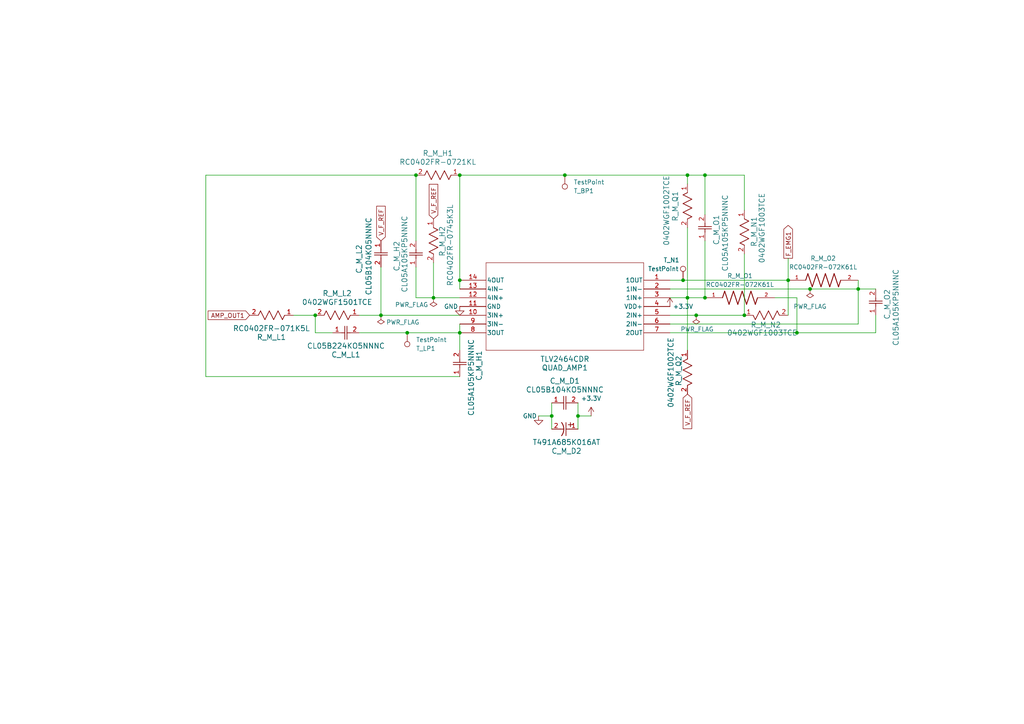
<source format=kicad_sch>
(kicad_sch (version 20231120) (generator "eeschema") (generator_version "8.0")
  (paper "A4")
  (title_block (title "EMG Filter") (date "2024-10-21") (rev "2") (company "FlexGlO"))
  (lib_symbols
    (symbol "2024-10-20_01-38-33:TLV2464CDR" (pin_names (offset 0.254))
      (property "Reference" "U" (at 30.48 10.16 0))
      (property "Value" "TLV2464CDR" (at 30.48 7.62 0))
      (symbol "TLV2464CDR_0_1"
        (polyline (pts (xy 7.62 -20.32) (xy 53.34 -20.32)) (stroke (width 0.127)))
        (polyline (pts (xy 7.62 5.08) (xy 7.62 -20.32)) (stroke (width 0.127)))
        (polyline (pts (xy 53.34 -20.32) (xy 53.34 5.08)) (stroke (width 0.127)))
        (polyline (pts (xy 53.34 5.08) (xy 7.62 5.08)) (stroke (width 0.127)))
        (pin output line (at 0 0 0) (length 7.62) (name "1OUT") (number "1"))
        (pin input line (at 60.96 -10.16 180) (length 7.62) (name "3IN+") (number "10"))
        (pin power_in line (at 60.96 -7.62 180) (length 7.62) (name "GND") (number "11"))
        (pin input line (at 60.96 -5.08 180) (length 7.62) (name "4IN+") (number "12"))
        (pin input line (at 60.96 -2.54 180) (length 7.62) (name "4IN-") (number "13"))
        (pin output line (at 60.96 0 180) (length 7.62) (name "4OUT") (number "14"))
        (pin input line (at 0 -2.54 0) (length 7.62) (name "1IN-") (number "2"))
        (pin input line (at 0 -5.08 0) (length 7.62) (name "1IN+") (number "3"))
        (pin power_in line (at 0 -7.62 0) (length 7.62) (name "VDD+") (number "4"))
        (pin input line (at 0 -10.16 0) (length 7.62) (name "2IN+") (number "5"))
        (pin input line (at 0 -12.7 0) (length 7.62) (name "2IN-") (number "6"))
        (pin output line (at 0 -15.24 0) (length 7.62) (name "2OUT") (number "7"))
        (pin output line (at 60.96 -15.24 180) (length 7.62) (name "3OUT") (number "8"))
        (pin input line (at 60.96 -12.7 180) (length 7.62) (name "3IN-") (number "9"))
      )
    )
    (symbol "CL05A105KO5NNNC:CL05A105KO5NNNC" (pin_names (offset 0.254))
      (property "Reference" "C" (at 3.81 3.81 0))
      (property "Value" "CL05A105KO5NNNC" (at 3.81 -3.81 0))
      (symbol "CL05A105KO5NNNC_1_1"
        (polyline (pts (xy 2.54 0) (xy 3.4798 0)) (stroke (width 0.2032)))
        (polyline (pts (xy 3.4798 -1.905) (xy 3.4798 1.905)) (stroke (width 0.2032)))
        (polyline (pts (xy 4.1148 -1.905) (xy 4.1148 1.905)) (stroke (width 0.2032)))
        (polyline (pts (xy 4.1148 0) (xy 5.08 0)) (stroke (width 0.2032)))
        (pin unspecified line (at 0 0 0) (length 2.54) (name "") (number "1"))
        (pin unspecified line (at 7.62 0 180) (length 2.54) (name "") (number "2"))
      )
      (symbol "CL05A105KO5NNNC_1_2"
        (polyline (pts (xy -1.905 -4.1148) (xy 1.905 -4.1148)) (stroke (width 0.2032)))
        (polyline (pts (xy -1.905 -3.4798) (xy 1.905 -3.4798)) (stroke (width 0.2032)))
        (polyline (pts (xy 0 -4.1148) (xy 0 -5.08)) (stroke (width 0.2032)))
        (polyline (pts (xy 0 -2.54) (xy 0 -3.4798)) (stroke (width 0.2032)))
        (pin unspecified line (at 0 0 270) (length 2.54) (name "") (number "1"))
        (pin unspecified line (at 0 -7.62 90) (length 2.54) (name "") (number "2"))
      )
    )
    (symbol "CL05B104KO5NNNC:CL05B104KO5NNNC" (pin_names (offset 0.254))
      (property "Reference" "C" (at 3.81 3.81 0))
      (property "Value" "CL05B104KO5NNNC" (at 3.81 -3.81 0))
      (symbol "CL05B104KO5NNNC_1_1"
        (polyline (pts (xy 2.54 0) (xy 3.4798 0)) (stroke (width 0.2032)))
        (polyline (pts (xy 3.4798 -1.905) (xy 3.4798 1.905)) (stroke (width 0.2032)))
        (polyline (pts (xy 4.1148 -1.905) (xy 4.1148 1.905)) (stroke (width 0.2032)))
        (polyline (pts (xy 4.1148 0) (xy 5.08 0)) (stroke (width 0.2032)))
        (pin unspecified line (at 0 0 0) (length 2.54) (name "") (number "1"))
        (pin unspecified line (at 7.62 0 180) (length 2.54) (name "") (number "2"))
      )
      (symbol "CL05B104KO5NNNC_1_2"
        (polyline (pts (xy -1.905 -4.1148) (xy 1.905 -4.1148)) (stroke (width 0.2032)))
        (polyline (pts (xy -1.905 -3.4798) (xy 1.905 -3.4798)) (stroke (width 0.2032)))
        (polyline (pts (xy 0 -4.1148) (xy 0 -5.08)) (stroke (width 0.2032)))
        (polyline (pts (xy 0 -2.54) (xy 0 -3.4798)) (stroke (width 0.2032)))
        (pin unspecified line (at 0 0 270) (length 2.54) (name "") (number "1"))
        (pin unspecified line (at 0 -7.62 90) (length 2.54) (name "") (number "2"))
      )
    )
    (symbol "CL05B224KO5NNNC:CL05B224KO5NNNC" (pin_names (offset 0.254))
      (property "Reference" "C" (at 3.81 3.81 0))
      (property "Value" "CL05B224KO5NNNC" (at 3.81 -3.81 0))
      (symbol "CL05B224KO5NNNC_1_1"
        (polyline (pts (xy 2.54 0) (xy 3.4798 0)) (stroke (width 0.2032)))
        (polyline (pts (xy 3.4798 -1.905) (xy 3.4798 1.905)) (stroke (width 0.2032)))
        (polyline (pts (xy 4.1148 -1.905) (xy 4.1148 1.905)) (stroke (width 0.2032)))
        (polyline (pts (xy 4.1148 0) (xy 5.08 0)) (stroke (width 0.2032)))
        (pin unspecified line (at 0 0 0) (length 2.54) (name "") (number "1"))
        (pin unspecified line (at 7.62 0 180) (length 2.54) (name "") (number "2"))
      )
      (symbol "CL05B224KO5NNNC_1_2"
        (polyline (pts (xy -1.905 -4.1148) (xy 1.905 -4.1148)) (stroke (width 0.2032)))
        (polyline (pts (xy -1.905 -3.4798) (xy 1.905 -3.4798)) (stroke (width 0.2032)))
        (polyline (pts (xy 0 -4.1148) (xy 0 -5.08)) (stroke (width 0.2032)))
        (polyline (pts (xy 0 -2.54) (xy 0 -3.4798)) (stroke (width 0.2032)))
        (pin unspecified line (at 0 0 270) (length 2.54) (name "") (number "1"))
        (pin unspecified line (at 0 -7.62 90) (length 2.54) (name "") (number "2"))
      )
    )
    (symbol "Connector:TestPoint" (pin_numbers hide) (pin_names (offset 0.762) hide)
      (property "Reference" "TP" (at 0 6.858 0))
      (property "Value" "TestPoint" (at 0 5.08 0))
      (symbol "TestPoint_0_1"
        (circle (center 0 3.302) (radius 0.762))
      )
      (symbol "TestPoint_1_1"
        (pin passive line (at 0 0 90) (length 2.54) (name "1") (number "1"))
      )
    )
    (symbol "RC0402FR-07100KL:RC0402FR-07100KL" (pin_names (offset 0.254))
      (property "Reference" "R" (at 5.715 3.81 0))
      (property "Value" "RC0402FR-07100KL" (at 6.35 -3.81 0))
      (symbol "RC0402FR-07100KL_1_1"
        (polyline (pts (xy 2.54 0) (xy 3.175 1.27)) (stroke (width 0.2032)))
        (polyline (pts (xy 3.175 1.27) (xy 4.445 -1.27)) (stroke (width 0.2032)))
        (polyline (pts (xy 4.445 -1.27) (xy 5.715 1.27)) (stroke (width 0.2032)))
        (polyline (pts (xy 5.715 1.27) (xy 6.985 -1.27)) (stroke (width 0.2032)))
        (polyline (pts (xy 6.985 -1.27) (xy 8.255 1.27)) (stroke (width 0.2032)))
        (polyline (pts (xy 8.255 1.27) (xy 9.525 -1.27)) (stroke (width 0.2032)))
        (polyline (pts (xy 9.525 -1.27) (xy 10.16 0)) (stroke (width 0.2032)))
        (pin unspecified line (at 12.7 0 180) (length 2.54) (name "") (number "1"))
        (pin unspecified line (at 0 0 0) (length 2.54) (name "") (number "2"))
      )
      (symbol "RC0402FR-07100KL_1_2"
        (polyline (pts (xy -1.27 3.175) (xy 1.27 4.445)) (stroke (width 0.2032)))
        (polyline (pts (xy -1.27 5.715) (xy 1.27 6.985)) (stroke (width 0.2032)))
        (polyline (pts (xy -1.27 8.255) (xy 1.27 9.525)) (stroke (width 0.2032)))
        (polyline (pts (xy 0 2.54) (xy -1.27 3.175)) (stroke (width 0.2032)))
        (polyline (pts (xy 1.27 4.445) (xy -1.27 5.715)) (stroke (width 0.2032)))
        (polyline (pts (xy 1.27 6.985) (xy -1.27 8.255)) (stroke (width 0.2032)))
        (polyline (pts (xy 1.27 9.525) (xy 0 10.16)) (stroke (width 0.2032)))
        (pin unspecified line (at 0 12.7 270) (length 2.54) (name "") (number "1"))
        (pin unspecified line (at 0 0 90) (length 2.54) (name "") (number "2"))
      )
    )
    (symbol "RC0402FR-0710KL:RC0402FR-0710KL" (pin_names (offset 0.254))
      (property "Reference" "R" (at 5.715 3.81 0))
      (property "Value" "RC0402FR-0710KL" (at 6.35 -3.81 0))
      (symbol "RC0402FR-0710KL_1_1"
        (polyline (pts (xy 2.54 0) (xy 3.175 1.27)) (stroke (width 0.2032)))
        (polyline (pts (xy 3.175 1.27) (xy 4.445 -1.27)) (stroke (width 0.2032)))
        (polyline (pts (xy 4.445 -1.27) (xy 5.715 1.27)) (stroke (width 0.2032)))
        (polyline (pts (xy 5.715 1.27) (xy 6.985 -1.27)) (stroke (width 0.2032)))
        (polyline (pts (xy 6.985 -1.27) (xy 8.255 1.27)) (stroke (width 0.2032)))
        (polyline (pts (xy 8.255 1.27) (xy 9.525 -1.27)) (stroke (width 0.2032)))
        (polyline (pts (xy 9.525 -1.27) (xy 10.16 0)) (stroke (width 0.2032)))
        (pin unspecified line (at 12.7 0 180) (length 2.54) (name "") (number "1"))
        (pin unspecified line (at 0 0 0) (length 2.54) (name "") (number "2"))
      )
      (symbol "RC0402FR-0710KL_1_2"
        (polyline (pts (xy -1.27 3.175) (xy 1.27 4.445)) (stroke (width 0.2032)))
        (polyline (pts (xy -1.27 5.715) (xy 1.27 6.985)) (stroke (width 0.2032)))
        (polyline (pts (xy -1.27 8.255) (xy 1.27 9.525)) (stroke (width 0.2032)))
        (polyline (pts (xy 0 2.54) (xy -1.27 3.175)) (stroke (width 0.2032)))
        (polyline (pts (xy 1.27 4.445) (xy -1.27 5.715)) (stroke (width 0.2032)))
        (polyline (pts (xy 1.27 6.985) (xy -1.27 8.255)) (stroke (width 0.2032)))
        (polyline (pts (xy 1.27 9.525) (xy 0 10.16)) (stroke (width 0.2032)))
        (pin unspecified line (at 0 12.7 270) (length 2.54) (name "") (number "1"))
        (pin unspecified line (at 0 0 90) (length 2.54) (name "") (number "2"))
      )
    )
    (symbol "RC0402FR-071K5L:RC0402FR-071K5L" (pin_names (offset 0.254))
      (property "Reference" "R" (at 5.715 3.81 0))
      (property "Value" "RC0402FR-071K5L" (at 6.35 -3.81 0))
      (symbol "RC0402FR-071K5L_1_1"
        (polyline (pts (xy 2.54 0) (xy 3.175 1.27)) (stroke (width 0.2032)))
        (polyline (pts (xy 3.175 1.27) (xy 4.445 -1.27)) (stroke (width 0.2032)))
        (polyline (pts (xy 4.445 -1.27) (xy 5.715 1.27)) (stroke (width 0.2032)))
        (polyline (pts (xy 5.715 1.27) (xy 6.985 -1.27)) (stroke (width 0.2032)))
        (polyline (pts (xy 6.985 -1.27) (xy 8.255 1.27)) (stroke (width 0.2032)))
        (polyline (pts (xy 8.255 1.27) (xy 9.525 -1.27)) (stroke (width 0.2032)))
        (polyline (pts (xy 9.525 -1.27) (xy 10.16 0)) (stroke (width 0.2032)))
        (pin unspecified line (at 12.7 0 180) (length 2.54) (name "") (number "1"))
        (pin unspecified line (at 0 0 0) (length 2.54) (name "") (number "2"))
      )
      (symbol "RC0402FR-071K5L_1_2"
        (polyline (pts (xy -1.27 3.175) (xy 1.27 4.445)) (stroke (width 0.2032)))
        (polyline (pts (xy -1.27 5.715) (xy 1.27 6.985)) (stroke (width 0.2032)))
        (polyline (pts (xy -1.27 8.255) (xy 1.27 9.525)) (stroke (width 0.2032)))
        (polyline (pts (xy 0 2.54) (xy -1.27 3.175)) (stroke (width 0.2032)))
        (polyline (pts (xy 1.27 4.445) (xy -1.27 5.715)) (stroke (width 0.2032)))
        (polyline (pts (xy 1.27 6.985) (xy -1.27 8.255)) (stroke (width 0.2032)))
        (polyline (pts (xy 1.27 9.525) (xy 0 10.16)) (stroke (width 0.2032)))
        (pin unspecified line (at 0 12.7 270) (length 2.54) (name "") (number "1"))
        (pin unspecified line (at 0 0 90) (length 2.54) (name "") (number "2"))
      )
    )
    (symbol "RC0402FR-0721KL:RC0402FR-0721KL" (pin_names (offset 0.254))
      (property "Reference" "R" (at 5.715 3.81 0))
      (property "Value" "RC0402FR-0721KL" (at 6.35 -3.81 0))
      (symbol "RC0402FR-0721KL_1_1"
        (polyline (pts (xy 2.54 0) (xy 3.175 1.27)) (stroke (width 0.2032)))
        (polyline (pts (xy 3.175 1.27) (xy 4.445 -1.27)) (stroke (width 0.2032)))
        (polyline (pts (xy 4.445 -1.27) (xy 5.715 1.27)) (stroke (width 0.2032)))
        (polyline (pts (xy 5.715 1.27) (xy 6.985 -1.27)) (stroke (width 0.2032)))
        (polyline (pts (xy 6.985 -1.27) (xy 8.255 1.27)) (stroke (width 0.2032)))
        (polyline (pts (xy 8.255 1.27) (xy 9.525 -1.27)) (stroke (width 0.2032)))
        (polyline (pts (xy 9.525 -1.27) (xy 10.16 0)) (stroke (width 0.2032)))
        (pin unspecified line (at 12.7 0 180) (length 2.54) (name "") (number "1"))
        (pin unspecified line (at 0 0 0) (length 2.54) (name "") (number "2"))
      )
      (symbol "RC0402FR-0721KL_1_2"
        (polyline (pts (xy -1.27 3.175) (xy 1.27 4.445)) (stroke (width 0.2032)))
        (polyline (pts (xy -1.27 5.715) (xy 1.27 6.985)) (stroke (width 0.2032)))
        (polyline (pts (xy -1.27 8.255) (xy 1.27 9.525)) (stroke (width 0.2032)))
        (polyline (pts (xy 0 2.54) (xy -1.27 3.175)) (stroke (width 0.2032)))
        (polyline (pts (xy 1.27 4.445) (xy -1.27 5.715)) (stroke (width 0.2032)))
        (polyline (pts (xy 1.27 6.985) (xy -1.27 8.255)) (stroke (width 0.2032)))
        (polyline (pts (xy 1.27 9.525) (xy 0 10.16)) (stroke (width 0.2032)))
        (pin unspecified line (at 0 12.7 270) (length 2.54) (name "") (number "1"))
        (pin unspecified line (at 0 0 90) (length 2.54) (name "") (number "2"))
      )
    )
    (symbol "RC0402FR-072K61L:RC0402FR-072K61L" (pin_names (offset 1.016))
      (property "Reference" "R" (at -7.6244 2.5415 0))
      (property "Value" "RC0402FR-072K61L" (at -7.63 -5.0866 0))
      (symbol "RC0402FR-072K61L_0_0"
        (polyline (pts (xy -5.08 0) (xy -4.445 1.905)) (stroke (width 0.254)))
        (polyline (pts (xy -4.445 1.905) (xy -3.175 -1.905)) (stroke (width 0.254)))
        (polyline (pts (xy -3.175 -1.905) (xy -1.905 1.905)) (stroke (width 0.254)))
        (polyline (pts (xy -1.905 1.905) (xy -0.635 -1.905)) (stroke (width 0.254)))
        (polyline (pts (xy -0.635 -1.905) (xy 0.635 1.905)) (stroke (width 0.254)))
        (polyline (pts (xy 0.635 1.905) (xy 1.905 -1.905)) (stroke (width 0.254)))
        (polyline (pts (xy 1.905 -1.905) (xy 3.175 1.905)) (stroke (width 0.254)))
        (polyline (pts (xy 3.175 1.905) (xy 4.445 -1.905)) (stroke (width 0.254)))
        (polyline (pts (xy 4.445 -1.905) (xy 5.08 0)) (stroke (width 0.254)))
        (pin passive line (at -10.16 0 0) (length 5.08) (name "~") (number "1"))
        (pin passive line (at 10.16 0 180) (length 5.08) (name "~") (number "2"))
      )
    )
    (symbol "RC0402FR-073K01L:RC0402FR-073K01L" (pin_names (offset 0.254))
      (property "Reference" "R" (at 5.715 3.81 0))
      (property "Value" "RC0402FR-073K01L" (at 6.35 -3.81 0))
      (symbol "RC0402FR-073K01L_1_1"
        (polyline (pts (xy 2.54 0) (xy 3.175 1.27)) (stroke (width 0.2032)))
        (polyline (pts (xy 3.175 1.27) (xy 4.445 -1.27)) (stroke (width 0.2032)))
        (polyline (pts (xy 4.445 -1.27) (xy 5.715 1.27)) (stroke (width 0.2032)))
        (polyline (pts (xy 5.715 1.27) (xy 6.985 -1.27)) (stroke (width 0.2032)))
        (polyline (pts (xy 6.985 -1.27) (xy 8.255 1.27)) (stroke (width 0.2032)))
        (polyline (pts (xy 8.255 1.27) (xy 9.525 -1.27)) (stroke (width 0.2032)))
        (polyline (pts (xy 9.525 -1.27) (xy 10.16 0)) (stroke (width 0.2032)))
        (pin unspecified line (at 12.7 0 180) (length 2.54) (name "") (number "1"))
        (pin unspecified line (at 0 0 0) (length 2.54) (name "") (number "2"))
      )
      (symbol "RC0402FR-073K01L_1_2"
        (polyline (pts (xy -1.27 3.175) (xy 1.27 4.445)) (stroke (width 0.2032)))
        (polyline (pts (xy -1.27 5.715) (xy 1.27 6.985)) (stroke (width 0.2032)))
        (polyline (pts (xy -1.27 8.255) (xy 1.27 9.525)) (stroke (width 0.2032)))
        (polyline (pts (xy 0 2.54) (xy -1.27 3.175)) (stroke (width 0.2032)))
        (polyline (pts (xy 1.27 4.445) (xy -1.27 5.715)) (stroke (width 0.2032)))
        (polyline (pts (xy 1.27 6.985) (xy -1.27 8.255)) (stroke (width 0.2032)))
        (polyline (pts (xy 1.27 9.525) (xy 0 10.16)) (stroke (width 0.2032)))
        (pin unspecified line (at 0 12.7 270) (length 2.54) (name "") (number "1"))
        (pin unspecified line (at 0 0 90) (length 2.54) (name "") (number "2"))
      )
    )
    (symbol "RC0402FR-0745K3L:RC0402FR-0745K3L" (pin_names (offset 0.254))
      (property "Reference" "R" (at 5.715 3.81 0))
      (property "Value" "RC0402FR-0745K3L" (at 6.35 -3.81 0))
      (symbol "RC0402FR-0745K3L_1_1"
        (polyline (pts (xy 2.54 0) (xy 3.175 1.27)) (stroke (width 0.2032)))
        (polyline (pts (xy 3.175 1.27) (xy 4.445 -1.27)) (stroke (width 0.2032)))
        (polyline (pts (xy 4.445 -1.27) (xy 5.715 1.27)) (stroke (width 0.2032)))
        (polyline (pts (xy 5.715 1.27) (xy 6.985 -1.27)) (stroke (width 0.2032)))
        (polyline (pts (xy 6.985 -1.27) (xy 8.255 1.27)) (stroke (width 0.2032)))
        (polyline (pts (xy 8.255 1.27) (xy 9.525 -1.27)) (stroke (width 0.2032)))
        (polyline (pts (xy 9.525 -1.27) (xy 10.16 0)) (stroke (width 0.2032)))
        (pin unspecified line (at 12.7 0 180) (length 2.54) (name "") (number "1"))
        (pin unspecified line (at 0 0 0) (length 2.54) (name "") (number "2"))
      )
      (symbol "RC0402FR-0745K3L_1_2"
        (polyline (pts (xy -1.27 3.175) (xy 1.27 4.445)) (stroke (width 0.2032)))
        (polyline (pts (xy -1.27 5.715) (xy 1.27 6.985)) (stroke (width 0.2032)))
        (polyline (pts (xy -1.27 8.255) (xy 1.27 9.525)) (stroke (width 0.2032)))
        (polyline (pts (xy 0 2.54) (xy -1.27 3.175)) (stroke (width 0.2032)))
        (polyline (pts (xy 1.27 4.445) (xy -1.27 5.715)) (stroke (width 0.2032)))
        (polyline (pts (xy 1.27 6.985) (xy -1.27 8.255)) (stroke (width 0.2032)))
        (polyline (pts (xy 1.27 9.525) (xy 0 10.16)) (stroke (width 0.2032)))
        (pin unspecified line (at 0 12.7 270) (length 2.54) (name "") (number "1"))
        (pin unspecified line (at 0 0 90) (length 2.54) (name "") (number "2"))
      )
    )
    (symbol "T491A685K016AT:T491A685K016AT" (pin_names (offset 0.254))
      (property "Reference" "C" (at 3.81 3.81 0))
      (property "Value" "T491A685K016AT" (at 3.81 -3.81 0))
      (symbol "T491A685K016AT_1_1"
        (polyline (pts (xy 1.5748 1.27) (xy 2.8448 1.27)) (stroke (width 0.2032)))
        (polyline (pts (xy 2.2098 0.635) (xy 2.2098 1.905)) (stroke (width 0.2032)))
        (polyline (pts (xy 2.54 0) (xy 3.4798 0)) (stroke (width 0.2032)))
        (polyline (pts (xy 3.4798 -1.905) (xy 3.4798 1.905)) (stroke (width 0.2032)))
        (polyline (pts (xy 4.1148 0) (xy 5.08 0)) (stroke (width 0.2032)))
        (arc (start 4.7541 1.9108) (mid 4.1148 0) (end 4.7541 -1.9108) (stroke (width 0.254)))
        (pin unspecified line (at 0 0 0) (length 2.54) (name "") (number "1"))
        (pin unspecified line (at 7.62 0 180) (length 2.54) (name "") (number "2"))
      )
      (symbol "T491A685K016AT_1_2"
        (polyline (pts (xy -1.905 -3.4798) (xy 1.905 -3.4798)) (stroke (width 0.2032)))
        (polyline (pts (xy 0 -4.1148) (xy 0 -5.08)) (stroke (width 0.2032)))
        (polyline (pts (xy 0 -2.54) (xy 0 -3.4798)) (stroke (width 0.2032)))
        (polyline (pts (xy 0.635 -2.2098) (xy 1.905 -2.2098)) (stroke (width 0.2032)))
        (polyline (pts (xy 1.27 -1.5748) (xy 1.27 -2.8448)) (stroke (width 0.2032)))
        (arc (start 1.9108 -4.7541) (mid 0 -4.1148) (end -1.9108 -4.7541) (stroke (width 0.254)))
        (pin unspecified line (at 0 0 270) (length 2.54) (name "") (number "1"))
        (pin unspecified line (at 0 -7.62 90) (length 2.54) (name "") (number "2"))
      )
    )
    (symbol "power:+3.3V" (power) (pin_names (offset 0))
      (property "Value" "+3.3V" (at 0 3.556 0))
      (symbol "+3.3V_0_1"
        (polyline (pts (xy -0.762 1.27) (xy 0 2.54)))
        (polyline (pts (xy 0 0) (xy 0 2.54)))
        (polyline (pts (xy 0 2.54) (xy 0.762 1.27)))
      )
      (symbol "+3.3V_1_1"
        (pin power_in line (at 0 0 90) (length 0) hide (name "+3.3V") (number "1"))
      )
    )
    (symbol "power:GND" (power) (pin_names (offset 0))
      (property "Value" "GND" (at 0 -3.81 0))
      (symbol "GND_0_1"
        (polyline (pts (xy 0 0) (xy 0 -1.27) (xy 1.27 -1.27) (xy 0 -2.54) (xy -1.27 -1.27) (xy 0 -1.27)))
      )
      (symbol "GND_1_1"
        (pin power_in line (at 0 0 270) (length 0) hide (name "GND") (number "1"))
      )
    )
    (symbol "power:PWR_FLAG" (power) (pin_numbers hide) (pin_names (offset 0) hide)
      (property "Value" "PWR_FLAG" (at 0 3.81 0))
      (symbol "PWR_FLAG_0_0"
        (pin power_out line (at 0 0 90) (length 0) (name "pwr") (number "1"))
      )
      (symbol "PWR_FLAG_0_1"
        (polyline (pts (xy 0 0) (xy 0 1.27) (xy -1.016 1.905) (xy 0 2.54) (xy 1.016 1.905) (xy 0 1.27)))
      )
    )
  )
  (junction (at 133.35 96.52))
  (junction (at 199.39 86.36))
  (junction (at 248.92 83.82))
  (junction (at 204.47 50.8))
  (junction (at 199.39 50.8))
  (junction (at 163.83 50.8))
  (junction (at 118.11 96.52))
  (junction (at 160.02 120.65))
  (junction (at 91.44 91.44))
  (junction (at 133.35 81.28))
  (junction (at 204.47 86.36))
  (junction (at 234.95 83.82))
  (junction (at 201.93 91.44))
  (junction (at 215.9 91.44))
  (junction (at 167.64 120.65))
  (junction (at 110.49 91.44))
  (junction (at 133.35 50.8))
  (junction (at 120.65 50.8))
  (junction (at 125.73 86.36))
  (junction (at 198.12 81.28))
  (junction (at 231.14 96.52))
  (junction (at 228.6 81.28))
  (wire (pts (xy 156.21 120.65) (xy 160.02 120.65)))
  (wire (pts (xy 228.6 81.28) (xy 228.6 91.44)))
  (wire (pts (xy 204.47 50.8) (xy 204.47 62.23)))
  (wire (pts (xy 160.02 120.65) (xy 160.02 124.46)))
  (wire (pts (xy 59.69 109.22) (xy 59.69 50.8)))
  (wire (pts (xy 198.12 81.28) (xy 228.6 81.28)))
  (wire (pts (xy 234.95 83.82) (xy 248.92 83.82)))
  (wire (pts (xy 231.14 96.52) (xy 254 96.52)))
  (wire (pts (xy 194.31 96.52) (xy 231.14 96.52)))
  (wire (pts (xy 228.6 74.93) (xy 228.6 81.28)))
  (wire (pts (xy 133.35 50.8) (xy 163.83 50.8)))
  (wire (pts (xy 234.95 83.82) (xy 194.31 83.82)))
  (wire (pts (xy 194.31 91.44) (xy 201.93 91.44)))
  (wire (pts (xy 254 91.44) (xy 254 96.52)))
  (wire (pts (xy 110.49 77.47) (xy 110.49 91.44)))
  (wire (pts (xy 163.83 50.8) (xy 199.39 50.8)))
  (wire (pts (xy 231.14 86.36) (xy 224.79 86.36)))
  (wire (pts (xy 199.39 50.8) (xy 199.39 53.34)))
  (wire (pts (xy 231.14 86.36) (xy 231.14 96.52)))
  (wire (pts (xy 167.64 116.84) (xy 167.64 120.65)))
  (wire (pts (xy 201.93 91.44) (xy 215.9 91.44)))
  (wire (pts (xy 125.73 76.2) (xy 125.73 86.36)))
  (wire (pts (xy 167.64 120.65) (xy 171.45 120.65)))
  (wire (pts (xy 125.73 86.36) (xy 133.35 86.36)))
  (wire (pts (xy 133.35 109.22) (xy 59.69 109.22)))
  (wire (pts (xy 199.39 86.36) (xy 199.39 101.6)))
  (wire (pts (xy 104.14 91.44) (xy 110.49 91.44)))
  (wire (pts (xy 133.35 101.6) (xy 133.35 96.52)))
  (wire (pts (xy 85.09 91.44) (xy 91.44 91.44)))
  (wire (pts (xy 133.35 93.98) (xy 133.35 96.52)))
  (wire (pts (xy 91.44 96.52) (xy 91.44 91.44)))
  (wire (pts (xy 120.65 86.36) (xy 125.73 86.36)))
  (wire (pts (xy 215.9 50.8) (xy 215.9 60.96)))
  (wire (pts (xy 104.14 96.52) (xy 118.11 96.52)))
  (wire (pts (xy 204.47 69.85) (xy 204.47 86.36)))
  (wire (pts (xy 133.35 81.28) (xy 133.35 83.82)))
  (wire (pts (xy 215.9 73.66) (xy 215.9 91.44)))
  (wire (pts (xy 160.02 116.84) (xy 160.02 120.65)))
  (wire (pts (xy 96.52 96.52) (xy 91.44 96.52)))
  (wire (pts (xy 120.65 77.47) (xy 120.65 86.36)))
  (wire (pts (xy 248.92 83.82) (xy 254 83.82)))
  (wire (pts (xy 194.31 93.98) (xy 248.92 93.98)))
  (wire (pts (xy 248.92 93.98) (xy 248.92 83.82)))
  (wire (pts (xy 194.31 81.28) (xy 198.12 81.28)))
  (wire (pts (xy 110.49 91.44) (xy 133.35 91.44)))
  (wire (pts (xy 118.11 96.52) (xy 133.35 96.52)))
  (wire (pts (xy 194.31 86.36) (xy 199.39 86.36)))
  (wire (pts (xy 120.65 50.8) (xy 120.65 69.85)))
  (wire (pts (xy 248.92 81.28) (xy 248.92 83.82)))
  (wire (pts (xy 199.39 66.04) (xy 199.39 86.36)))
  (wire (pts (xy 199.39 50.8) (xy 204.47 50.8)))
  (wire (pts (xy 167.64 120.65) (xy 167.64 124.46)))
  (wire (pts (xy 59.69 50.8) (xy 120.65 50.8)))
  (wire (pts (xy 133.35 50.8) (xy 133.35 81.28)))
  (wire (pts (xy 204.47 50.8) (xy 215.9 50.8)))
  (wire (pts (xy 199.39 86.36) (xy 204.47 86.36)))
  (global_label "V_F_REF" (shape input) (at 125.73 63.5 90) (property "Intersheetrefs" "${INTERSHEET_REFS}" (effects (hide yes))))
  (global_label "V_F_REF" (shape input) (at 199.39 114.3 270) (property "Intersheetrefs" "${INTERSHEET_REFS}" (effects (hide yes))))
  (global_label "V_F_REF" (shape input) (at 110.49 69.85 90) (property "Intersheetrefs" "${INTERSHEET_REFS}" (effects (hide yes))))
  (global_label "AMP_OUT1" (shape input) (at 72.39 91.44 180) (property "Intersheetrefs" "${INTERSHEET_REFS}" (effects (hide yes))))
  (global_label "F_EMG1" (shape output) (at 228.6 74.93 90) (property "Intersheetrefs" "${INTERSHEET_REFS}" (effects (hide yes))))
  (symbol (lib_id "power:+3.3V") (at 194.31 88.9 0) (unit 1)
    (property "Reference" "#PWR020" (effects (hide yes)))
    (property "Value" "+3.3V" (at 198.12 88.9 0))
  )
  (symbol (lib_id "power:PWR_FLAG") (at 234.95 83.82 0) (mirror x) (unit 1)
    (property "Reference" "#FLG04" (effects (hide yes)))
    (property "Value" "PWR_FLAG" (at 234.95 88.9 0))
  )
  (symbol (lib_id "RC0402FR-07100KL:RC0402FR-07100KL") (at 228.6 91.44 0) (mirror y) (unit 1)
    (property "Reference" "R_M_N2" (at 217.678 94.234 0) (effects (font (size 1.524 1.524)) (justify right)))
    (property "Value" "0402WGF1003TCE" (at 210.82 96.52 0) (effects (font (size 1.524 1.524)) (justify right)))
    (property "Footprint" "Resistor_SMD:R_0402_1005Metric" (effects (hide yes)))
    (property "Datasheet" "0402WGF1003TCE" (effects (hide yes)))
  )
  (symbol (lib_id "T491A685K016AT:T491A685K016AT") (at 167.64 124.46 0) (mirror y) (unit 1)
    (property "Reference" "C_M_D2" (at 164.3126 130.81 0) (effects (font (size 1.524 1.524))))
    (property "Value" "T491A685K016AT" (at 164.3126 128.27 0) (effects (font (size 1.524 1.524))))
    (property "Footprint" "Capacitor_SMD:C_1206_3216Metric" (effects (hide yes)))
    (property "Datasheet" "T491A685K016AT" (effects (hide yes)))
  )
  (symbol (lib_id "Connector:TestPoint") (at 163.83 50.8 0) (mirror x) (unit 1)
    (property "Reference" "T_BP1" (at 166.37 55.372 0) (effects (justify left)))
    (property "Value" "TestPoint" (at 166.37 52.832 0) (effects (justify left)))
    (property "Footprint" "TestPoint:TestPoint_Pad_1.0x1.0mm" (effects (hide yes)))
  )
  (symbol (lib_id "CL05B224KO5NNNC:CL05B224KO5NNNC") (at 96.52 96.52 0) (unit 1)
    (property "Reference" "C_M_L1" (at 100.33 102.87 0) (effects (font (size 1.524 1.524))))
    (property "Value" "CL05B224KO5NNNC" (at 100.33 100.33 0) (effects (font (size 1.524 1.524))))
    (property "Footprint" "Capacitor_SMD:C_0402_1005Metric" (effects (hide yes)))
    (property "Datasheet" "CL05B224KO5NNNC" (effects (hide yes)))
  )
  (symbol (lib_id "CL05A105KO5NNNC:CL05A105KO5NNNC") (at 120.65 77.47 90) (unit 1)
    (property "Reference" "C_M_H2" (at 115.062 69.85 0) (effects (font (size 1.524 1.524)) (justify right)))
    (property "Value" "CL05A105KP5NNNC" (at 117.348 62.484 0) (effects (font (size 1.524 1.524)) (justify right)))
    (property "Footprint" "Capacitor_SMD:C_0402_1005Metric" (effects (hide yes)))
    (property "Datasheet" "CL05A105KP5NNNC" (effects (hide yes)))
  )
  (symbol (lib_id "CL05B104KO5NNNC:CL05B104KO5NNNC") (at 110.49 69.85 270) (unit 1)
    (property "Reference" "C_M_L2" (at 104.14 70.866 0) (effects (font (size 1.524 1.524)) (justify left)))
    (property "Value" "CL05B104KO5NNNC" (at 106.934 62.992 0) (effects (font (size 1.524 1.524)) (justify left)))
    (property "Footprint" "Capacitor_SMD:C_0402_1005Metric" (effects (hide yes)))
    (property "Datasheet" "CL05B104KO5NNNC" (effects (hide yes)))
  )
  (symbol (lib_id "CL05A105KO5NNNC:CL05A105KO5NNNC") (at 133.35 109.22 270) (mirror x) (unit 1)
    (property "Reference" "C_M_H1" (at 138.938 101.6 0) (effects (font (size 1.524 1.524)) (justify right)))
    (property "Value" "CL05A105KP5NNNC" (at 136.652 98.298 0) (effects (font (size 1.524 1.524)) (justify right)))
    (property "Footprint" "Capacitor_SMD:C_0402_1005Metric" (effects (hide yes)))
    (property "Datasheet" "CL05A105KP5NNNC" (effects (hide yes)))
  )
  (symbol (lib_id "RC0402FR-073K01L:RC0402FR-073K01L") (at 91.44 91.44 0) (unit 1)
    (property "Reference" "R_M_L2" (at 97.79 85.09 0) (effects (font (size 1.524 1.524))))
    (property "Value" "0402WGF1501TCE" (at 97.79 87.63 0) (effects (font (size 1.524 1.524))))
    (property "Footprint" "Resistor_SMD:R_0402_1005Metric" (effects (hide yes)))
    (property "Datasheet" "0402WGF1501TCE" (effects (hide yes)))
  )
  (symbol (lib_id "RC0402FR-0710KL:RC0402FR-0710KL") (at 199.39 114.3 270) (mirror x) (unit 1)
    (property "Reference" "R_M_Q2" (at 196.85 103.124 0) (effects (font (size 1.524 1.524)) (justify right)))
    (property "Value" "0402WGF1002TCE" (at 194.564 97.79 0) (effects (font (size 1.524 1.524)) (justify right)))
    (property "Footprint" "Resistor_SMD:R_0402_1005Metric" (effects (hide yes)))
    (property "Datasheet" "0402WGF1002TCE" (effects (hide yes)))
  )
  (symbol (lib_id "RC0402FR-0710KL:RC0402FR-0710KL") (at 199.39 66.04 270) (mirror x) (unit 1)
    (property "Reference" "R_M_Q1" (at 195.834 55.372 0) (effects (font (size 1.524 1.524)) (justify right)))
    (property "Value" "0402WGF1002TCE" (at 193.294 50.8 0) (effects (font (size 1.524 1.524)) (justify right)))
    (property "Footprint" "Resistor_SMD:R_0402_1005Metric" (effects (hide yes)))
    (property "Datasheet" "0402WGF1002TCE" (effects (hide yes)))
  )
  (symbol (lib_id "power:+3.3V") (at 171.45 120.65 0) (unit 1)
    (property "Reference" "#PWR021" (effects (hide yes)))
    (property "Value" "+3.3V" (at 171.45 115.57 0))
  )
  (symbol (lib_id "RC0402FR-072K61L:RC0402FR-072K61L") (at 238.76 81.28 0) (unit 1)
    (property "Reference" "R_M_O2" (at 238.76 74.93 0))
    (property "Value" "RC0402FR-072K61L" (at 238.76 77.47 0))
    (property "Footprint" "Resistor_SMD:R_0402_1005Metric" (effects (hide yes)))
  )
  (symbol (lib_id "RC0402FR-0721KL:RC0402FR-0721KL") (at 120.65 50.8 0) (unit 1)
    (property "Reference" "R_M_H1" (at 127 44.45 0) (effects (font (size 1.524 1.524))))
    (property "Value" "RC0402FR-0721KL" (at 127 46.99 0) (effects (font (size 1.524 1.524))))
    (property "Footprint" "Resistor_SMD:R_0402_1005Metric" (effects (hide yes)))
    (property "Datasheet" "RC0402FR-0721KL" (effects (hide yes)))
  )
  (symbol (lib_id "power:PWR_FLAG") (at 201.93 91.44 0) (mirror x) (unit 1)
    (property "Reference" "#FLG05" (effects (hide yes)))
    (property "Value" "PWR_FLAG" (at 202.184 95.504 0))
  )
  (symbol (lib_id "Connector:TestPoint") (at 118.11 96.52 0) (mirror x) (unit 1)
    (property "Reference" "T_LP1" (at 120.65 101.092 0) (effects (justify left)))
    (property "Value" "TestPoint" (at 120.65 98.552 0) (effects (justify left)))
    (property "Footprint" "TestPoint:TestPoint_Pad_1.0x1.0mm" (effects (hide yes)))
  )
  (symbol (lib_id "RC0402FR-072K61L:RC0402FR-072K61L") (at 214.63 86.36 0) (unit 1)
    (property "Reference" "R_M_O1" (at 214.63 80.01 0))
    (property "Value" "RC0402FR-072K61L" (at 214.63 82.55 0))
    (property "Footprint" "Resistor_SMD:R_0402_1005Metric" (effects (hide yes)))
  )
  (symbol (lib_id "power:PWR_FLAG") (at 110.49 91.44 0) (mirror x) (unit 1)
    (property "Reference" "#FLG02" (effects (hide yes)))
    (property "Value" "PWR_FLAG" (at 116.84 93.472 0))
  )
  (symbol (lib_id "RC0402FR-071K5L:RC0402FR-071K5L") (at 72.39 91.44 0) (unit 1)
    (property "Reference" "R_M_L1" (at 78.74 97.79 0) (effects (font (size 1.524 1.524))))
    (property "Value" "RC0402FR-071K5L" (at 78.74 95.25 0) (effects (font (size 1.524 1.524))))
    (property "Footprint" "Resistor_SMD:R_0402_1005Metric" (effects (hide yes)))
    (property "Datasheet" "RC0402FR-071K5L" (effects (hide yes)))
  )
  (symbol (lib_id "CL05B104KO5NNNC:CL05B104KO5NNNC") (at 160.02 116.84 0) (unit 1)
    (property "Reference" "C_M_D1" (at 163.83 110.49 0) (effects (font (size 1.524 1.524))))
    (property "Value" "CL05B104KO5NNNC" (at 163.83 113.03 0) (effects (font (size 1.524 1.524))))
    (property "Footprint" "Capacitor_SMD:C_0402_1005Metric" (effects (hide yes)))
    (property "Datasheet" "CL05B104KO5NNNC" (effects (hide yes)))
  )
  (symbol (lib_id "power:PWR_FLAG") (at 125.73 86.36 0) (mirror x) (unit 1)
    (property "Reference" "#FLG03" (effects (hide yes)))
    (property "Value" "PWR_FLAG" (at 119.38 88.392 0))
  )
  (symbol (lib_id "power:GND") (at 133.35 88.9 0) (unit 1)
    (property "Reference" "#PWR019" (effects (hide yes)))
    (property "Value" "GND" (at 130.81 88.9 0))
  )
  (symbol (lib_id "RC0402FR-07100KL:RC0402FR-07100KL") (at 215.9 73.66 90) (unit 1)
    (property "Reference" "R_M_N1" (at 218.694 62.738 0) (effects (font (size 1.524 1.524)) (justify right)))
    (property "Value" "0402WGF1003TCE" (at 220.98 55.88 0) (effects (font (size 1.524 1.524)) (justify right)))
    (property "Footprint" "Resistor_SMD:R_0402_1005Metric" (effects (hide yes)))
    (property "Datasheet" "0402WGF1003TCE" (effects (hide yes)))
  )
  (symbol (lib_id "CL05A105KO5NNNC:CL05A105KO5NNNC") (at 254 91.44 90) (unit 1)
    (property "Reference" "C_M_O2" (at 257.302 83.82 0) (effects (font (size 1.524 1.524)) (justify right)))
    (property "Value" "CL05A105KP5NNNC" (at 259.842 77.978 0) (effects (font (size 1.524 1.524)) (justify right)))
    (property "Footprint" "Capacitor_SMD:C_0402_1005Metric" (effects (hide yes)))
    (property "Datasheet" "CL05A105KP5NNNC" (effects (hide yes)))
  )
  (symbol (lib_id "2024-10-20_01-38-33:TLV2464CDR") (at 194.31 81.28 0) (mirror y) (unit 1)
    (property "Reference" "QUAD_AMP1" (at 163.83 106.68 0) (effects (font (size 1.524 1.524))))
    (property "Value" "TLV2464CDR" (at 163.83 104.14 0) (effects (font (size 1.524 1.524))))
    (property "Footprint" "Footprints:D14-M" (effects (hide yes)))
    (property "Datasheet" "TLV2464CDR" (effects (hide yes)))
  )
  (symbol (lib_id "power:GND") (at 156.21 120.65 0) (unit 1)
    (property "Reference" "#PWR022" (effects (hide yes)))
    (property "Value" "GND" (at 153.67 120.65 0))
  )
  (symbol (lib_id "CL05A105KO5NNNC:CL05A105KO5NNNC") (at 204.47 69.85 90) (unit 1)
    (property "Reference" "C_M_O1" (at 207.772 62.23 0) (effects (font (size 1.524 1.524)) (justify right)))
    (property "Value" "CL05A105KP5NNNC" (at 210.312 56.388 0) (effects (font (size 1.524 1.524)) (justify right)))
    (property "Footprint" "Capacitor_SMD:C_0402_1005Metric" (effects (hide yes)))
    (property "Datasheet" "CL05A105KP5NNNC" (effects (hide yes)))
  )
  (symbol (lib_id "Connector:TestPoint") (at 198.12 81.28 0) (mirror y) (unit 1)
    (property "Reference" "T_N1" (at 197.104 75.438 0) (effects (justify left)))
    (property "Value" "TestPoint" (at 196.85 77.978 0) (effects (justify left)))
    (property "Footprint" "TestPoint:TestPoint_Pad_1.0x1.0mm" (effects (hide yes)))
  )
  (symbol (lib_id "RC0402FR-0745K3L:RC0402FR-0745K3L") (at 125.73 76.2 90) (unit 1)
    (property "Reference" "R_M_H2" (at 128.27 65.532 0) (effects (font (size 1.524 1.524)) (justify right)))
    (property "Value" "RC0402FR-0745K3L" (at 130.556 59.182 0) (effects (font (size 1.524 1.524)) (justify right)))
    (property "Footprint" "Resistor_SMD:R_0402_1005Metric" (effects (hide yes)))
    (property "Datasheet" "RC0402FR-0745K3L" (effects (hide yes)))
  )
)
</source>
